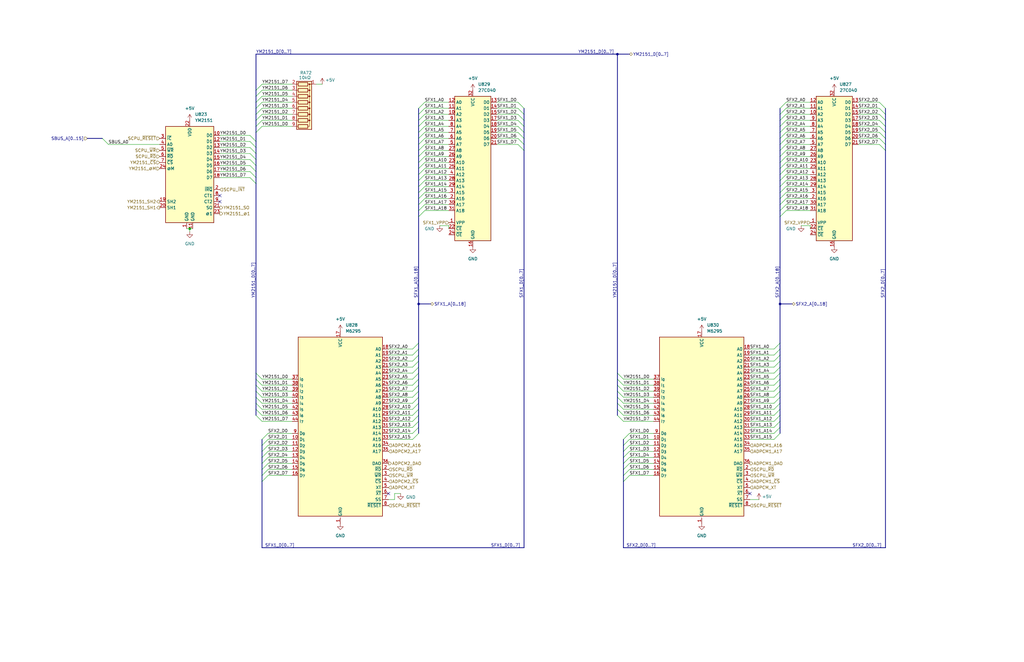
<source format=kicad_sch>
(kicad_sch (version 20231120) (generator "eeschema") (generator_version "8.0")
  (paper "B")
  (title_block (title "RA9704, Audio DAC and Sound Effect ROMs") (date "2024-12-30") (rev "002") (company "Coin-Op Collection") (comment 1 "Author: Brandon Arnold") (comment 2 "License: CC BY-NC-SA 4.0"))
  (lib_symbols
    (symbol "power:+5V" (power) (pin_numbers hide) (pin_names (offset 0) hide)
      (property "Value" "+5V" (at 0 3.556 0))
      (symbol "+5V_0_1"
        (polyline (pts (xy -0.762 1.27) (xy 0 2.54)))
        (polyline (pts (xy 0 0) (xy 0 2.54)))
        (polyline (pts (xy 0 2.54) (xy 0.762 1.27)))
      )
      (symbol "+5V_1_1"
        (pin power_in line (at 0 0 90) (length 0) (name "~") (number "1"))
      )
    )
    (symbol "power:GND" (power) (pin_numbers hide) (pin_names (offset 0) hide)
      (property "Value" "GND" (at 0 -3.81 0))
      (symbol "GND_0_1"
        (polyline (pts (xy 0 0) (xy 0 -1.27) (xy 1.27 -1.27) (xy 0 -2.54) (xy -1.27 -1.27) (xy 0 -1.27)))
      )
      (symbol "GND_1_1"
        (pin power_in line (at 0 0 270) (length 0) (name "~") (number "1"))
      )
    )
    (symbol "ra9704:27C040"
      (property "Reference" "U" (at -7.62 31.75 0))
      (property "Value" "27C040" (at 2.54 -31.75 0))
      (symbol "27C040_1_1"
        (rectangle (start -7.62 30.48) (end 7.62 -30.48) (stroke (width 0.254)) (fill (type background)))
        (pin input line (at -10.16 -22.86 0) (length 2.54) (name "VPP") (number "1"))
        (pin input line (at -10.16 22.86 0) (length 2.54) (name "A2") (number "10"))
        (pin input line (at -10.16 25.4 0) (length 2.54) (name "A1") (number "11"))
        (pin input line (at -10.16 27.94 0) (length 2.54) (name "A0") (number "12"))
        (pin tri_state line (at 10.16 27.94 180) (length 2.54) (name "D0") (number "13"))
        (pin tri_state line (at 10.16 25.4 180) (length 2.54) (name "D1") (number "14"))
        (pin tri_state line (at 10.16 22.86 180) (length 2.54) (name "D2") (number "15"))
        (pin power_in line (at 0 -33.02 90) (length 2.54) (name "GND") (number "16"))
        (pin tri_state line (at 10.16 20.32 180) (length 2.54) (name "D3") (number "17"))
        (pin tri_state line (at 10.16 17.78 180) (length 2.54) (name "D4") (number "18"))
        (pin tri_state line (at 10.16 15.24 180) (length 2.54) (name "D5") (number "19"))
        (pin input line (at -10.16 -12.7 0) (length 2.54) (name "A16") (number "2"))
        (pin tri_state line (at 10.16 12.7 180) (length 2.54) (name "D6") (number "20"))
        (pin tri_state line (at 10.16 10.16 180) (length 2.54) (name "D7") (number "21"))
        (pin input line (at -10.16 -25.4 0) (length 2.54) (name "~{CE}") (number "22"))
        (pin input line (at -10.16 2.54 0) (length 2.54) (name "A10") (number "23"))
        (pin input line (at -10.16 -27.94 0) (length 2.54) (name "~{OE}") (number "24"))
        (pin input line (at -10.16 0 0) (length 2.54) (name "A11") (number "25"))
        (pin input line (at -10.16 5.08 0) (length 2.54) (name "A9") (number "26"))
        (pin input line (at -10.16 7.62 0) (length 2.54) (name "A8") (number "27"))
        (pin input line (at -10.16 -5.08 0) (length 2.54) (name "A13") (number "28"))
        (pin input line (at -10.16 -7.62 0) (length 2.54) (name "A14") (number "29"))
        (pin input line (at -10.16 -10.16 0) (length 2.54) (name "A15") (number "3"))
        (pin input line (at -10.16 -15.24 0) (length 2.54) (name "A17") (number "30"))
        (pin input line (at -10.16 -17.78 0) (length 2.54) (name "A18") (number "31"))
        (pin power_in line (at 0 33.02 270) (length 2.54) (name "VCC") (number "32"))
        (pin input line (at -10.16 -2.54 0) (length 2.54) (name "A12") (number "4"))
        (pin input line (at -10.16 10.16 0) (length 2.54) (name "A7") (number "5"))
        (pin input line (at -10.16 12.7 0) (length 2.54) (name "A6") (number "6"))
        (pin input line (at -10.16 15.24 0) (length 2.54) (name "A5") (number "7"))
        (pin input line (at -10.16 17.78 0) (length 2.54) (name "A4") (number "8"))
        (pin input line (at -10.16 20.32 0) (length 2.54) (name "A3") (number "9"))
      )
    )
    (symbol "ra9704:M6295"
      (property "Reference" "U" (at 11.684 41.148 0))
      (property "Value" "M6295" (at 14.224 39.37 0))
      (symbol "M6295_1_1"
        (rectangle (start -17.78 38.1) (end 17.78 -37.465) (stroke (width 0.254)) (fill (type background)))
        (pin power_in line (at 0 -40.64 90) (length 2.54) (name "GND") (number "1"))
        (pin input line (at -20.32 -5.08 0) (length 2.54) (name "D_{1}") (number "10"))
        (pin input line (at -20.32 -7.62 0) (length 2.54) (name "D_{2}") (number "11"))
        (pin input line (at -20.32 -10.16 0) (length 2.54) (name "D_{3}") (number "12"))
        (pin input line (at -20.32 -12.7 0) (length 2.54) (name "D_{4}") (number "13"))
        (pin input line (at -20.32 -15.24 0) (length 2.54) (name "D_{5}") (number "14"))
        (pin input line (at -20.32 -17.78 0) (length 2.54) (name "D_{6}") (number "15"))
        (pin input line (at -20.32 -20.32 0) (length 2.54) (name "D_{7}") (number "16"))
        (pin power_in line (at 0 40.64 270) (length 2.54) (name "VCC") (number "17"))
        (pin output line (at 20.32 33.02 180) (length 2.54) (name "A0") (number "18"))
        (pin output line (at 20.32 30.48 180) (length 2.54) (name "A1") (number "19"))
        (pin input line (at 20.32 -17.78 180) (length 2.54) (name "~{RD}") (number "2"))
        (pin output line (at 20.32 27.94 180) (length 2.54) (name "A2") (number "20"))
        (pin output line (at 20.32 25.4 180) (length 2.54) (name "A3") (number "21"))
        (pin output line (at 20.32 22.86 180) (length 2.54) (name "A4") (number "22"))
        (pin output line (at 20.32 20.32 180) (length 2.54) (name "A5") (number "23"))
        (pin output line (at 20.32 17.78 180) (length 2.54) (name "A6") (number "24"))
        (pin output line (at 20.32 15.24 180) (length 2.54) (name "A7") (number "25"))
        (pin output line (at 20.32 12.7 180) (length 2.54) (name "A8") (number "26"))
        (pin output line (at 20.32 10.16 180) (length 2.54) (name "A9") (number "27"))
        (pin output line (at 20.32 7.62 180) (length 2.54) (name "A10") (number "28"))
        (pin output line (at 20.32 5.08 180) (length 2.54) (name "A11") (number "29"))
        (pin input line (at 20.32 -20.32 180) (length 2.54) (name "~{WR}") (number "3"))
        (pin output line (at 20.32 2.54 180) (length 2.54) (name "A12") (number "30"))
        (pin output line (at 20.32 0 180) (length 2.54) (name "A13") (number "31"))
        (pin output line (at 20.32 -2.54 180) (length 2.54) (name "A14") (number "32"))
        (pin output line (at 20.32 -5.08 180) (length 2.54) (name "A15") (number "33"))
        (pin output line (at 20.32 -7.62 180) (length 2.54) (name "A16") (number "34"))
        (pin output line (at 20.32 -10.16 180) (length 2.54) (name "A17") (number "35"))
        (pin input line (at 20.32 -15.24 180) (length 2.54) (name "DAO") (number "36"))
        (pin input line (at -20.32 20.32 0) (length 2.54) (name "I_{0}") (number "37"))
        (pin input line (at -20.32 17.78 0) (length 2.54) (name "I_{1}") (number "38"))
        (pin input line (at -20.32 15.24 0) (length 2.54) (name "I_{2}") (number "39"))
        (pin input line (at 20.32 -22.86 180) (length 2.54) (name "~{CS}") (number "4"))
        (pin input line (at -20.32 12.7 0) (length 2.54) (name "I_{3}") (number "40"))
        (pin input line (at -20.32 10.16 0) (length 2.54) (name "I_{4}") (number "41"))
        (pin input line (at -20.32 7.62 0) (length 2.54) (name "I_{5}") (number "42"))
        (pin input line (at -20.32 5.08 0) (length 2.54) (name "I_{6}") (number "43"))
        (pin input line (at -20.32 2.54 0) (length 2.54) (name "I_{7}") (number "44"))
        (pin input line (at 20.32 -25.4 180) (length 2.54) (name "XT") (number "5"))
        (pin input line (at 20.32 -27.94 180) (length 2.54) (name "~{XT}") (number "6"))
        (pin input line (at 20.32 -30.48 180) (length 2.54) (name "SS") (number "7"))
        (pin input line (at 20.32 -33.02 180) (length 2.54) (name "~{RESET}") (number "8"))
        (pin input line (at -20.32 -2.54 0) (length 2.54) (name "D_{0}") (number "9"))
      )
    )
    (symbol "ra9704:R_Network08_1-Row" (pin_names (offset 0) hide)
      (property "Reference" "RB" (at -12.7 0 90))
      (property "Value" "10k" (at 10.16 0 90))
      (symbol "R_Network08_1-Row_0_1"
        (rectangle (start -11.43 -3.175) (end 8.89 3.175) (stroke (width 0.254)) (fill (type background)))
        (rectangle (start -10.922 1.524) (end -9.398 -2.54) (stroke (width 0.254)))
        (circle (center -10.16 2.286) (radius 0.254) (fill (type outline)))
        (rectangle (start -8.382 1.524) (end -6.858 -2.54) (stroke (width 0.254)))
        (circle (center -7.62 2.286) (radius 0.254) (fill (type outline)))
        (rectangle (start -5.842 1.524) (end -4.318 -2.54) (stroke (width 0.254)))
        (circle (center -5.08 2.286) (radius 0.254) (fill (type outline)))
        (rectangle (start -3.302 1.524) (end -1.778 -2.54) (stroke (width 0.254)))
        (circle (center -2.54 2.286) (radius 0.254) (fill (type outline)))
        (rectangle (start -0.762 1.524) (end 0.762 -2.54) (stroke (width 0.254)))
        (polyline (pts (xy -10.16 -2.54) (xy -10.16 -3.81)))
        (polyline (pts (xy -7.62 -2.54) (xy -7.62 -3.81)))
        (polyline (pts (xy -5.08 -2.54) (xy -5.08 -3.81)))
        (polyline (pts (xy -2.54 -2.54) (xy -2.54 -3.81)))
        (polyline (pts (xy 0 -2.54) (xy 0 -3.81)))
        (polyline (pts (xy 2.54 -2.54) (xy 2.54 -3.81)))
        (polyline (pts (xy 5.08 -2.54) (xy 5.08 -3.81)))
        (polyline (pts (xy 7.62 -2.54) (xy 7.62 -3.81)))
        (polyline (pts (xy -10.16 1.524) (xy -10.16 2.286) (xy -7.62 2.286) (xy -7.62 1.524)))
        (polyline (pts (xy -7.62 1.524) (xy -7.62 2.286) (xy -5.08 2.286) (xy -5.08 1.524)))
        (polyline (pts (xy -5.08 1.524) (xy -5.08 2.286) (xy -2.54 2.286) (xy -2.54 1.524)))
        (polyline (pts (xy -2.54 1.524) (xy -2.54 2.286) (xy 0 2.286) (xy 0 1.524)))
        (polyline (pts (xy 0 1.524) (xy 0 2.286) (xy 2.54 2.286) (xy 2.54 1.524)))
        (polyline (pts (xy 2.54 1.524) (xy 2.54 2.286) (xy 5.08 2.286) (xy 5.08 1.524)))
        (polyline (pts (xy 5.08 1.524) (xy 5.08 2.286) (xy 7.62 2.286) (xy 7.62 1.524)))
        (circle (center 0 2.286) (radius 0.254) (fill (type outline)))
        (rectangle (start 1.778 1.524) (end 3.302 -2.54) (stroke (width 0.254)))
        (circle (center 2.54 2.286) (radius 0.254) (fill (type outline)))
        (rectangle (start 4.318 1.524) (end 5.842 -2.54) (stroke (width 0.254)))
        (circle (center 5.08 2.286) (radius 0.254) (fill (type outline)))
        (rectangle (start 6.858 1.524) (end 8.382 -2.54) (stroke (width 0.254)))
      )
      (symbol "R_Network08_1-Row_1_1"
        (pin passive line (at -10.16 5.08 270) (length 2.54) (name "common") (number "1"))
        (pin passive line (at -10.16 -5.08 90) (length 1.27) (name "R1") (number "2"))
        (pin passive line (at -7.62 -5.08 90) (length 1.27) (name "R2") (number "3"))
        (pin passive line (at -5.08 -5.08 90) (length 1.27) (name "R3") (number "4"))
        (pin passive line (at -2.54 -5.08 90) (length 1.27) (name "R4") (number "5"))
        (pin passive line (at 0 -5.08 90) (length 1.27) (name "R5") (number "6"))
        (pin passive line (at 2.54 -5.08 90) (length 1.27) (name "R6") (number "7"))
        (pin passive line (at 5.08 -5.08 90) (length 1.27) (name "R7") (number "8"))
        (pin passive line (at 7.62 -5.08 90) (length 1.27) (name "R8") (number "9"))
      )
    )
    (symbol "ra9704:YM2151"
      (property "Reference" "U" (at 4.064 23.876 0))
      (property "Value" "YM2151" (at 7.112 21.59 0))
      (symbol "YM2151_0_0"
        (pin power_in line (at -1.27 -22.86 90) (length 2.54) (name "GND") (number "1"))
        (pin power_in line (at 1.27 -22.86 90) (length 2.54) (name "GND") (number "11"))
      )
      (symbol "YM2151_0_1"
        (rectangle (start -10.16 20.32) (end 10.16 -20.32) (stroke (width 0.254)) (fill (type background)))
      )
      (symbol "YM2151_1_0"
        (pin power_in line (at 0 22.86 270) (length 2.54) (name "VDD") (number "22"))
      )
      (symbol "YM2151_1_1"
        (pin tri_state line (at 12.7 16.51 180) (length 2.54) (name "D0") (number "10"))
        (pin tri_state line (at 12.7 13.97 180) (length 2.54) (name "D1") (number "12"))
        (pin tri_state line (at 12.7 11.43 180) (length 2.54) (name "D2") (number "13"))
        (pin tri_state line (at 12.7 8.89 180) (length 2.54) (name "D3") (number "14"))
        (pin tri_state line (at 12.7 6.35 180) (length 2.54) (name "D4") (number "15"))
        (pin tri_state line (at 12.7 3.81 180) (length 2.54) (name "D5") (number "16"))
        (pin tri_state line (at 12.7 1.27 180) (length 2.54) (name "D6") (number "17"))
        (pin tri_state line (at 12.7 -1.27 180) (length 2.54) (name "D7") (number "18"))
        (pin tri_state line (at -12.7 -11.43 0) (length 2.54) (name "SH2") (number "19"))
        (pin output line (at 12.7 -6.35 180) (length 2.54) (name "~{IRQ}") (number "2"))
        (pin tri_state line (at -12.7 -13.97 0) (length 2.54) (name "SH1") (number "20"))
        (pin output line (at 12.7 -13.97 180) (length 2.54) (name "SO") (number "21"))
        (pin output line (at 12.7 -16.51 180) (length 2.54) (name "⌀1") (number "23"))
        (pin input line (at -12.7 2.54 0) (length 2.54) (name "⌀M") (number "24"))
        (pin input line (at -12.7 15.24 0) (length 2.54) (name "~{IC}") (number "3"))
        (pin input line (at -12.7 12.7 0) (length 2.54) (name "A0") (number "4"))
        (pin input line (at -12.7 10.16 0) (length 2.54) (name "~{WR}") (number "5"))
        (pin input line (at -12.7 7.62 0) (length 2.54) (name "~{RD}") (number "6"))
        (pin input line (at -12.7 5.08 0) (length 2.54) (name "~{CS}") (number "7"))
        (pin output line (at 12.7 -8.89 180) (length 2.54) (name "CT1") (number "8"))
        (pin output line (at 12.7 -11.43 180) (length 2.54) (name "CT2") (number "9"))
      )
    )
  )
  (junction (at 260.35 22.86))
  (junction (at 328.93 128.27))
  (junction (at 80.01 96.52))
  (junction (at 176.53 128.27))
  (no_connect (at 316.23 208.28))
  (no_connect (at 163.83 208.28))
  (no_connect (at 92.71 82.55))
  (no_connect (at 92.71 85.09))
  (bus_entry (at 105.41 57.15) (size 2.54 2.54))
  (bus_entry (at 176.53 162.56) (size -2.54 2.54))
  (bus_entry (at 176.53 165.1) (size -2.54 2.54))
  (bus_entry (at 328.93 147.32) (size -2.54 2.54))
  (bus_entry (at 220.98 55.88) (size -2.54 -2.54))
  (bus_entry (at 328.93 157.48) (size -2.54 2.54))
  (bus_entry (at 179.07 58.42) (size -2.54 2.54))
  (bus_entry (at 179.07 88.9) (size -2.54 2.54))
  (bus_entry (at 179.07 83.82) (size -2.54 2.54))
  (bus_entry (at 331.47 50.8) (size -2.54 2.54))
  (bus_entry (at 113.03 187.96) (size -2.54 2.54))
  (bus_entry (at 176.53 182.88) (size -2.54 2.54))
  (bus_entry (at 43.18 58.42) (size 2.54 2.54))
  (bus_entry (at 110.49 165.1) (size -2.54 -2.54))
  (bus_entry (at 262.89 165.1) (size -2.54 -2.54))
  (bus_entry (at 331.47 88.9) (size -2.54 2.54))
  (bus_entry (at 331.47 60.96) (size -2.54 2.54))
  (bus_entry (at 110.49 177.8) (size -2.54 -2.54))
  (bus_entry (at 179.07 68.58) (size -2.54 2.54))
  (bus_entry (at 328.93 144.78) (size -2.54 2.54))
  (bus_entry (at 105.41 64.77) (size 2.54 2.54))
  (bus_entry (at 176.53 167.64) (size -2.54 2.54))
  (bus_entry (at 176.53 172.72) (size -2.54 2.54))
  (bus_entry (at 105.41 69.85) (size 2.54 2.54))
  (bus_entry (at 179.07 66.04) (size -2.54 2.54))
  (bus_entry (at 262.89 177.8) (size -2.54 -2.54))
  (bus_entry (at 328.93 152.4) (size -2.54 2.54))
  (bus_entry (at 331.47 63.5) (size -2.54 2.54))
  (bus_entry (at 220.98 60.96) (size -2.54 -2.54))
  (bus_entry (at 179.07 71.12) (size -2.54 2.54))
  (bus_entry (at 328.93 172.72) (size -2.54 2.54))
  (bus_entry (at 331.47 66.04) (size -2.54 2.54))
  (bus_entry (at 176.53 160.02) (size -2.54 2.54))
  (bus_entry (at 176.53 152.4) (size -2.54 2.54))
  (bus_entry (at 179.07 60.96) (size -2.54 2.54))
  (bus_entry (at 370.84 48.26) (size 2.54 2.54))
  (bus_entry (at 179.07 43.18) (size -2.54 2.54))
  (bus_entry (at 331.47 45.72) (size -2.54 2.54))
  (bus_entry (at 105.41 74.93) (size 2.54 2.54))
  (bus_entry (at 176.53 177.8) (size -2.54 2.54))
  (bus_entry (at 370.84 55.88) (size 2.54 2.54))
  (bus_entry (at 220.98 50.8) (size -2.54 -2.54))
  (bus_entry (at 179.07 81.28) (size -2.54 2.54))
  (bus_entry (at 331.47 43.18) (size -2.54 2.54))
  (bus_entry (at 113.03 200.66) (size -2.54 2.54))
  (bus_entry (at 331.47 86.36) (size -2.54 2.54))
  (bus_entry (at 328.93 180.34) (size -2.54 2.54))
  (bus_entry (at 179.07 48.26) (size -2.54 2.54))
  (bus_entry (at 328.93 160.02) (size -2.54 2.54))
  (bus_entry (at 176.53 180.34) (size -2.54 2.54))
  (bus_entry (at 265.43 187.96) (size -2.54 2.54))
  (bus_entry (at 328.93 149.86) (size -2.54 2.54))
  (bus_entry (at 176.53 157.48) (size -2.54 2.54))
  (bus_entry (at 220.98 58.42) (size -2.54 -2.54))
  (bus_entry (at 179.07 73.66) (size -2.54 2.54))
  (bus_entry (at 370.84 45.72) (size 2.54 2.54))
  (bus_entry (at 110.49 172.72) (size -2.54 -2.54))
  (bus_entry (at 110.49 50.8) (size -2.54 2.54))
  (bus_entry (at 176.53 154.94) (size -2.54 2.54))
  (bus_entry (at 262.89 167.64) (size -2.54 -2.54))
  (bus_entry (at 105.41 72.39) (size 2.54 2.54))
  (bus_entry (at 179.07 45.72) (size -2.54 2.54))
  (bus_entry (at 328.93 154.94) (size -2.54 2.54))
  (bus_entry (at 110.49 170.18) (size -2.54 -2.54))
  (bus_entry (at 265.43 195.58) (size -2.54 2.54))
  (bus_entry (at 328.93 165.1) (size -2.54 2.54))
  (bus_entry (at 328.93 182.88) (size -2.54 2.54))
  (bus_entry (at 179.07 78.74) (size -2.54 2.54))
  (bus_entry (at 328.93 167.64) (size -2.54 2.54))
  (bus_entry (at 110.49 162.56) (size -2.54 -2.54))
  (bus_entry (at 331.47 53.34) (size -2.54 2.54))
  (bus_entry (at 113.03 182.88) (size -2.54 2.54))
  (bus_entry (at 331.47 76.2) (size -2.54 2.54))
  (bus_entry (at 220.98 63.5) (size -2.54 -2.54))
  (bus_entry (at 331.47 83.82) (size -2.54 2.54))
  (bus_entry (at 110.49 40.64) (size -2.54 2.54))
  (bus_entry (at 260.35 157.48) (size 2.54 2.54))
  (bus_entry (at 331.47 81.28) (size -2.54 2.54))
  (bus_entry (at 331.47 55.88) (size -2.54 2.54))
  (bus_entry (at 110.49 43.18) (size -2.54 2.54))
  (bus_entry (at 262.89 175.26) (size -2.54 -2.54))
  (bus_entry (at 179.07 53.34) (size -2.54 2.54))
  (bus_entry (at 179.07 76.2) (size -2.54 2.54))
  (bus_entry (at 179.07 55.88) (size -2.54 2.54))
  (bus_entry (at 331.47 78.74) (size -2.54 2.54))
  (bus_entry (at 328.93 170.18) (size -2.54 2.54))
  (bus_entry (at 179.07 63.5) (size -2.54 2.54))
  (bus_entry (at 179.07 50.8) (size -2.54 2.54))
  (bus_entry (at 176.53 170.18) (size -2.54 2.54))
  (bus_entry (at 328.93 162.56) (size -2.54 2.54))
  (bus_entry (at 113.03 198.12) (size -2.54 2.54))
  (bus_entry (at 113.03 195.58) (size -2.54 2.54))
  (bus_entry (at 331.47 71.12) (size -2.54 2.54))
  (bus_entry (at 331.47 68.58) (size -2.54 2.54))
  (bus_entry (at 107.95 157.48) (size 2.54 2.54))
  (bus_entry (at 331.47 58.42) (size -2.54 2.54))
  (bus_entry (at 176.53 149.86) (size -2.54 2.54))
  (bus_entry (at 110.49 167.64) (size -2.54 -2.54))
  (bus_entry (at 262.89 162.56) (size -2.54 -2.54))
  (bus_entry (at 262.89 170.18) (size -2.54 -2.54))
  (bus_entry (at 113.03 193.04) (size -2.54 2.54))
  (bus_entry (at 331.47 73.66) (size -2.54 2.54))
  (bus_entry (at 220.98 53.34) (size -2.54 -2.54))
  (bus_entry (at 265.43 182.88) (size -2.54 2.54))
  (bus_entry (at 110.49 48.26) (size -2.54 2.54))
  (bus_entry (at 331.47 48.26) (size -2.54 2.54))
  (bus_entry (at 110.49 38.1) (size -2.54 2.54))
  (bus_entry (at 370.84 58.42) (size 2.54 2.54))
  (bus_entry (at 265.43 185.42) (size -2.54 2.54))
  (bus_entry (at 179.07 86.36) (size -2.54 2.54))
  (bus_entry (at 328.93 175.26) (size -2.54 2.54))
  (bus_entry (at 176.53 144.78) (size -2.54 2.54))
  (bus_entry (at 370.84 53.34) (size 2.54 2.54))
  (bus_entry (at 105.41 59.69) (size 2.54 2.54))
  (bus_entry (at 220.98 45.72) (size -2.54 -2.54))
  (bus_entry (at 110.49 53.34) (size -2.54 2.54))
  (bus_entry (at 370.84 60.96) (size 2.54 2.54))
  (bus_entry (at 113.03 185.42) (size -2.54 2.54))
  (bus_entry (at 370.84 50.8) (size 2.54 2.54))
  (bus_entry (at 176.53 175.26) (size -2.54 2.54))
  (bus_entry (at 176.53 147.32) (size -2.54 2.54))
  (bus_entry (at 265.43 200.66) (size -2.54 2.54))
  (bus_entry (at 110.49 175.26) (size -2.54 -2.54))
  (bus_entry (at 265.43 193.04) (size -2.54 2.54))
  (bus_entry (at 265.43 198.12) (size -2.54 2.54))
  (bus_entry (at 370.84 43.18) (size 2.54 2.54))
  (bus_entry (at 328.93 177.8) (size -2.54 2.54))
  (bus_entry (at 105.41 67.31) (size 2.54 2.54))
  (bus_entry (at 113.03 190.5) (size -2.54 2.54))
  (bus_entry (at 110.49 45.72) (size -2.54 2.54))
  (bus_entry (at 110.49 35.56) (size -2.54 2.54))
  (bus_entry (at 262.89 172.72) (size -2.54 -2.54))
  (bus_entry (at 220.98 48.26) (size -2.54 -2.54))
  (bus_entry (at 105.41 62.23) (size 2.54 2.54))
  (bus_entry (at 265.43 190.5) (size -2.54 2.54))
  (wire (pts (xy 113.03 187.96) (xy 123.19 187.96)))
  (wire (pts (xy 331.47 71.12) (xy 341.63 71.12)))
  (bus (pts (xy 328.93 154.94) (xy 328.93 157.48)))
  (bus (pts (xy 328.93 180.34) (xy 328.93 182.88)))
  (wire (pts (xy 163.83 172.72) (xy 173.99 172.72)))
  (wire (pts (xy 331.47 43.18) (xy 341.63 43.18)))
  (bus (pts (xy 176.53 180.34) (xy 176.53 182.88)))
  (wire (pts (xy 265.43 198.12) (xy 275.59 198.12)))
  (bus (pts (xy 176.53 68.58) (xy 176.53 71.12)))
  (wire (pts (xy 331.47 88.9) (xy 341.63 88.9)))
  (wire (pts (xy 179.07 45.72) (xy 189.23 45.72)))
  (bus (pts (xy 220.98 48.26) (xy 220.98 45.72)))
  (wire (pts (xy 316.23 154.94) (xy 326.39 154.94)))
  (bus (pts (xy 328.93 78.74) (xy 328.93 81.28)))
  (wire (pts (xy 113.03 190.5) (xy 123.19 190.5)))
  (wire (pts (xy 110.49 45.72) (xy 123.19 45.72)))
  (wire (pts (xy 179.07 83.82) (xy 189.23 83.82)))
  (bus (pts (xy 328.93 71.12) (xy 328.93 73.66)))
  (bus (pts (xy 176.53 177.8) (xy 176.53 180.34)))
  (wire (pts (xy 110.49 170.18) (xy 123.19 170.18)))
  (wire (pts (xy 110.49 162.56) (xy 123.19 162.56)))
  (bus (pts (xy 110.49 203.2) (xy 110.49 231.14)))
  (bus (pts (xy 110.49 198.12) (xy 110.49 200.66)))
  (wire (pts (xy 262.89 170.18) (xy 275.59 170.18)))
  (bus (pts (xy 260.35 165.1) (xy 260.35 167.64)))
  (wire (pts (xy 179.07 68.58) (xy 189.23 68.58)))
  (bus (pts (xy 107.95 162.56) (xy 107.95 165.1)))
  (wire (pts (xy 262.89 177.8) (xy 275.59 177.8)))
  (bus (pts (xy 107.95 64.77) (xy 107.95 67.31)))
  (wire (pts (xy 163.83 167.64) (xy 173.99 167.64)))
  (wire (pts (xy 110.49 160.02) (xy 123.19 160.02)))
  (bus (pts (xy 176.53 165.1) (xy 176.53 167.64)))
  (wire (pts (xy 163.83 152.4) (xy 173.99 152.4)))
  (bus (pts (xy 176.53 76.2) (xy 176.53 78.74)))
  (bus (pts (xy 176.53 45.72) (xy 176.53 48.26)))
  (wire (pts (xy 92.71 64.77) (xy 105.41 64.77)))
  (bus (pts (xy 328.93 68.58) (xy 328.93 71.12)))
  (bus (pts (xy 328.93 152.4) (xy 328.93 154.94)))
  (bus (pts (xy 107.95 170.18) (xy 107.95 172.72)))
  (bus (pts (xy 107.95 160.02) (xy 107.95 162.56)))
  (wire (pts (xy 316.23 149.86) (xy 326.39 149.86)))
  (wire (pts (xy 110.49 172.72) (xy 123.19 172.72)))
  (wire (pts (xy 92.71 74.93) (xy 105.41 74.93)))
  (bus (pts (xy 110.49 193.04) (xy 110.49 195.58)))
  (bus (pts (xy 107.95 22.86) (xy 260.35 22.86)))
  (bus (pts (xy 110.49 187.96) (xy 110.49 190.5)))
  (bus (pts (xy 176.53 63.5) (xy 176.53 66.04)))
  (bus (pts (xy 373.38 48.26) (xy 373.38 45.72)))
  (wire (pts (xy 110.49 175.26) (xy 123.19 175.26)))
  (wire (pts (xy 163.83 210.82) (xy 166.37 210.82)))
  (wire (pts (xy 331.47 48.26) (xy 341.63 48.26)))
  (wire (pts (xy 331.47 83.82) (xy 341.63 83.82)))
  (wire (pts (xy 113.03 182.88) (xy 123.19 182.88)))
  (wire (pts (xy 209.55 48.26) (xy 218.44 48.26)))
  (wire (pts (xy 331.47 66.04) (xy 341.63 66.04)))
  (bus (pts (xy 176.53 149.86) (xy 176.53 152.4)))
  (wire (pts (xy 110.49 38.1) (xy 123.19 38.1)))
  (wire (pts (xy 110.49 177.8) (xy 123.19 177.8)))
  (wire (pts (xy 331.47 45.72) (xy 341.63 45.72)))
  (wire (pts (xy 163.83 177.8) (xy 173.99 177.8)))
  (bus (pts (xy 176.53 172.72) (xy 176.53 175.26)))
  (bus (pts (xy 220.98 63.5) (xy 220.98 60.96)))
  (wire (pts (xy 265.43 185.42) (xy 275.59 185.42)))
  (bus (pts (xy 220.98 58.42) (xy 220.98 55.88)))
  (bus (pts (xy 220.98 53.34) (xy 220.98 50.8)))
  (wire (pts (xy 316.23 175.26) (xy 326.39 175.26)))
  (wire (pts (xy 316.23 180.34) (xy 326.39 180.34)))
  (bus (pts (xy 176.53 86.36) (xy 176.53 88.9)))
  (wire (pts (xy 189.23 95.25) (xy 189.23 96.52)))
  (bus (pts (xy 328.93 167.64) (xy 328.93 170.18)))
  (wire (pts (xy 316.23 170.18) (xy 326.39 170.18)))
  (wire (pts (xy 92.71 72.39) (xy 105.41 72.39)))
  (bus (pts (xy 107.95 45.72) (xy 107.95 48.26)))
  (wire (pts (xy 209.55 55.88) (xy 218.44 55.88)))
  (wire (pts (xy 316.23 185.42) (xy 326.39 185.42)))
  (wire (pts (xy 110.49 167.64) (xy 123.19 167.64)))
  (wire (pts (xy 331.47 76.2) (xy 341.63 76.2)))
  (wire (pts (xy 316.23 182.88) (xy 326.39 182.88)))
  (wire (pts (xy 163.83 175.26) (xy 173.99 175.26)))
  (bus (pts (xy 107.95 69.85) (xy 107.95 72.39)))
  (bus (pts (xy 262.89 195.58) (xy 262.89 198.12)))
  (bus (pts (xy 262.89 187.96) (xy 262.89 190.5)))
  (wire (pts (xy 179.07 86.36) (xy 189.23 86.36)))
  (bus (pts (xy 176.53 81.28) (xy 176.53 83.82)))
  (bus (pts (xy 107.95 53.34) (xy 107.95 55.88)))
  (bus (pts (xy 176.53 167.64) (xy 176.53 170.18)))
  (bus (pts (xy 373.38 55.88) (xy 373.38 53.34)))
  (wire (pts (xy 179.07 71.12) (xy 189.23 71.12)))
  (wire (pts (xy 163.83 165.1) (xy 173.99 165.1)))
  (wire (pts (xy 163.83 180.34) (xy 173.99 180.34)))
  (wire (pts (xy 179.07 76.2) (xy 189.23 76.2)))
  (wire (pts (xy 179.07 73.66) (xy 189.23 73.66)))
  (wire (pts (xy 179.07 58.42) (xy 189.23 58.42)))
  (wire (pts (xy 179.07 55.88) (xy 189.23 55.88)))
  (bus (pts (xy 176.53 66.04) (xy 176.53 68.58)))
  (bus (pts (xy 260.35 22.86) (xy 260.35 157.48)))
  (wire (pts (xy 209.55 43.18) (xy 218.44 43.18)))
  (wire (pts (xy 331.47 86.36) (xy 341.63 86.36)))
  (bus (pts (xy 107.95 59.69) (xy 107.95 62.23)))
  (wire (pts (xy 262.89 160.02) (xy 275.59 160.02)))
  (wire (pts (xy 331.47 50.8) (xy 341.63 50.8)))
  (bus (pts (xy 328.93 175.26) (xy 328.93 177.8)))
  (bus (pts (xy 176.53 60.96) (xy 176.53 63.5)))
  (wire (pts (xy 265.43 200.66) (xy 275.59 200.66)))
  (wire (pts (xy 341.63 95.25) (xy 341.63 96.52)))
  (bus (pts (xy 328.93 170.18) (xy 328.93 172.72)))
  (wire (pts (xy 316.23 165.1) (xy 326.39 165.1)))
  (wire (pts (xy 92.71 62.23) (xy 105.41 62.23)))
  (bus (pts (xy 373.38 50.8) (xy 373.38 48.26)))
  (bus (pts (xy 262.89 185.42) (xy 262.89 187.96)))
  (bus (pts (xy 328.93 86.36) (xy 328.93 88.9)))
  (bus (pts (xy 110.49 190.5) (xy 110.49 193.04)))
  (wire (pts (xy 316.23 162.56) (xy 326.39 162.56)))
  (bus (pts (xy 373.38 63.5) (xy 373.38 60.96)))
  (bus (pts (xy 176.53 128.27) (xy 176.53 144.78)))
  (wire (pts (xy 265.43 193.04) (xy 275.59 193.04)))
  (wire (pts (xy 80.01 96.52) (xy 78.74 96.52)))
  (bus (pts (xy 328.93 144.78) (xy 328.93 147.32)))
  (wire (pts (xy 265.43 190.5) (xy 275.59 190.5)))
  (wire (pts (xy 81.28 96.52) (xy 80.01 96.52)))
  (bus (pts (xy 373.38 60.96) (xy 373.38 58.42)))
  (bus (pts (xy 328.93 63.5) (xy 328.93 66.04)))
  (wire (pts (xy 316.23 172.72) (xy 326.39 172.72)))
  (wire (pts (xy 331.47 63.5) (xy 341.63 63.5)))
  (wire (pts (xy 110.49 165.1) (xy 123.19 165.1)))
  (bus (pts (xy 176.53 152.4) (xy 176.53 154.94)))
  (bus (pts (xy 176.53 147.32) (xy 176.53 149.86)))
  (bus (pts (xy 373.38 63.5) (xy 373.38 231.14)))
  (wire (pts (xy 113.03 198.12) (xy 123.19 198.12)))
  (wire (pts (xy 316.23 152.4) (xy 326.39 152.4)))
  (bus (pts (xy 176.53 175.26) (xy 176.53 177.8)))
  (bus (pts (xy 328.93 60.96) (xy 328.93 63.5)))
  (wire (pts (xy 265.43 187.96) (xy 275.59 187.96)))
  (wire (pts (xy 337.82 95.25) (xy 341.63 95.25)))
  (bus (pts (xy 176.53 154.94) (xy 176.53 157.48)))
  (wire (pts (xy 163.83 147.32) (xy 173.99 147.32)))
  (bus (pts (xy 328.93 50.8) (xy 328.93 53.34)))
  (bus (pts (xy 328.93 55.88) (xy 328.93 58.42)))
  (bus (pts (xy 107.95 43.18) (xy 107.95 45.72)))
  (bus (pts (xy 328.93 45.72) (xy 328.93 48.26)))
  (wire (pts (xy 331.47 58.42) (xy 341.63 58.42)))
  (wire (pts (xy 113.03 195.58) (xy 123.19 195.58)))
  (bus (pts (xy 176.53 71.12) (xy 176.53 73.66)))
  (wire (pts (xy 361.95 43.18) (xy 370.84 43.18)))
  (wire (pts (xy 209.55 50.8) (xy 218.44 50.8)))
  (wire (pts (xy 179.07 50.8) (xy 189.23 50.8)))
  (bus (pts (xy 262.89 190.5) (xy 262.89 193.04)))
  (wire (pts (xy 113.03 200.66) (xy 123.19 200.66)))
  (wire (pts (xy 179.07 60.96) (xy 189.23 60.96)))
  (bus (pts (xy 262.89 203.2) (xy 262.89 231.14)))
  (bus (pts (xy 328.93 88.9) (xy 328.93 91.44)))
  (bus (pts (xy 260.35 172.72) (xy 260.35 175.26)))
  (wire (pts (xy 92.71 59.69) (xy 105.41 59.69)))
  (wire (pts (xy 331.47 68.58) (xy 341.63 68.58)))
  (bus (pts (xy 176.53 83.82) (xy 176.53 86.36)))
  (bus (pts (xy 328.93 149.86) (xy 328.93 152.4)))
  (wire (pts (xy 262.89 165.1) (xy 275.59 165.1)))
  (bus (pts (xy 36.83 58.42) (xy 43.18 58.42)))
  (wire (pts (xy 179.07 78.74) (xy 189.23 78.74)))
  (bus (pts (xy 110.49 195.58) (xy 110.49 198.12)))
  (wire (pts (xy 179.07 43.18) (xy 189.23 43.18)))
  (wire (pts (xy 179.07 88.9) (xy 189.23 88.9)))
  (bus (pts (xy 328.93 73.66) (xy 328.93 76.2)))
  (bus (pts (xy 260.35 22.86) (xy 265.43 22.86)))
  (wire (pts (xy 331.47 78.74) (xy 341.63 78.74)))
  (wire (pts (xy 166.37 208.28) (xy 168.91 208.28)))
  (wire (pts (xy 361.95 58.42) (xy 370.84 58.42)))
  (bus (pts (xy 262.89 200.66) (xy 262.89 203.2)))
  (wire (pts (xy 166.37 210.82) (xy 166.37 208.28)))
  (wire (pts (xy 262.89 172.72) (xy 275.59 172.72)))
  (bus (pts (xy 176.53 91.44) (xy 176.53 128.27)))
  (wire (pts (xy 209.55 58.42) (xy 218.44 58.42)))
  (bus (pts (xy 181.61 128.27) (xy 176.53 128.27)))
  (bus (pts (xy 107.95 38.1) (xy 107.95 40.64)))
  (wire (pts (xy 361.95 60.96) (xy 370.84 60.96)))
  (bus (pts (xy 328.93 128.27) (xy 334.01 128.27)))
  (bus (pts (xy 328.93 128.27) (xy 328.93 144.78)))
  (bus (pts (xy 107.95 67.31) (xy 107.95 69.85)))
  (wire (pts (xy 331.47 73.66) (xy 341.63 73.66)))
  (bus (pts (xy 176.53 53.34) (xy 176.53 55.88)))
  (bus (pts (xy 328.93 66.04) (xy 328.93 68.58)))
  (wire (pts (xy 209.55 53.34) (xy 218.44 53.34)))
  (bus (pts (xy 328.93 76.2) (xy 328.93 78.74)))
  (wire (pts (xy 163.83 185.42) (xy 173.99 185.42)))
  (wire (pts (xy 135.89 35.56) (xy 133.35 35.56)))
  (wire (pts (xy 110.49 48.26) (xy 123.19 48.26)))
  (wire (pts (xy 110.49 35.56) (xy 123.19 35.56)))
  (bus (pts (xy 328.93 81.28) (xy 328.93 83.82)))
  (wire (pts (xy 179.07 66.04) (xy 189.23 66.04)))
  (wire (pts (xy 113.03 193.04) (xy 123.19 193.04)))
  (bus (pts (xy 107.95 77.47) (xy 107.95 157.48)))
  (wire (pts (xy 45.72 60.96) (xy 67.31 60.96)))
  (bus (pts (xy 176.53 162.56) (xy 176.53 165.1)))
  (wire (pts (xy 361.95 45.72) (xy 370.84 45.72)))
  (wire (pts (xy 163.83 160.02) (xy 173.99 160.02)))
  (bus (pts (xy 328.93 58.42) (xy 328.93 60.96)))
  (bus (pts (xy 328.93 83.82) (xy 328.93 86.36)))
  (wire (pts (xy 110.49 43.18) (xy 123.19 43.18)))
  (wire (pts (xy 316.23 177.8) (xy 326.39 177.8)))
  (bus (pts (xy 328.93 165.1) (xy 328.93 167.64)))
  (bus (pts (xy 220.98 55.88) (xy 220.98 53.34)))
  (bus (pts (xy 328.93 147.32) (xy 328.93 149.86)))
  (bus (pts (xy 373.38 58.42) (xy 373.38 55.88)))
  (bus (pts (xy 220.98 60.96) (xy 220.98 58.42)))
  (bus (pts (xy 176.53 48.26) (xy 176.53 50.8)))
  (wire (pts (xy 110.49 40.64) (xy 123.19 40.64)))
  (wire (pts (xy 110.49 50.8) (xy 123.19 50.8)))
  (wire (pts (xy 209.55 45.72) (xy 218.44 45.72)))
  (bus (pts (xy 262.89 231.14) (xy 373.38 231.14)))
  (wire (pts (xy 92.71 57.15) (xy 105.41 57.15)))
  (wire (pts (xy 179.07 48.26) (xy 189.23 48.26)))
  (bus (pts (xy 107.95 167.64) (xy 107.95 170.18)))
  (bus (pts (xy 328.93 177.8) (xy 328.93 180.34)))
  (wire (pts (xy 163.83 182.88) (xy 173.99 182.88)))
  (wire (pts (xy 331.47 55.88) (xy 341.63 55.88)))
  (bus (pts (xy 107.95 74.93) (xy 107.95 77.47)))
  (wire (pts (xy 163.83 170.18) (xy 173.99 170.18)))
  (wire (pts (xy 92.71 69.85) (xy 105.41 69.85)))
  (bus (pts (xy 176.53 58.42) (xy 176.53 60.96)))
  (bus (pts (xy 260.35 160.02) (xy 260.35 162.56)))
  (wire (pts (xy 361.95 50.8) (xy 370.84 50.8)))
  (bus (pts (xy 107.95 50.8) (xy 107.95 53.34)))
  (bus (pts (xy 107.95 48.26) (xy 107.95 50.8)))
  (wire (pts (xy 316.23 160.02) (xy 326.39 160.02)))
  (bus (pts (xy 176.53 157.48) (xy 176.53 160.02)))
  (wire (pts (xy 209.55 60.96) (xy 218.44 60.96)))
  (bus (pts (xy 262.89 193.04) (xy 262.89 195.58)))
  (bus (pts (xy 176.53 170.18) (xy 176.53 172.72)))
  (bus (pts (xy 107.95 157.48) (xy 107.95 160.02)))
  (bus (pts (xy 328.93 162.56) (xy 328.93 165.1)))
  (wire (pts (xy 361.95 48.26) (xy 370.84 48.26)))
  (bus (pts (xy 373.38 53.34) (xy 373.38 50.8)))
  (bus (pts (xy 107.95 55.88) (xy 107.95 59.69)))
  (wire (pts (xy 262.89 162.56) (xy 275.59 162.56)))
  (wire (pts (xy 262.89 175.26) (xy 275.59 175.26)))
  (bus (pts (xy 107.95 62.23) (xy 107.95 64.77)))
  (wire (pts (xy 92.71 67.31) (xy 105.41 67.31)))
  (bus (pts (xy 107.95 40.64) (xy 107.95 43.18)))
  (bus (pts (xy 328.93 157.48) (xy 328.93 160.02)))
  (wire (pts (xy 179.07 63.5) (xy 189.23 63.5)))
  (bus (pts (xy 107.95 72.39) (xy 107.95 74.93)))
  (wire (pts (xy 316.23 157.48) (xy 326.39 157.48)))
  (bus (pts (xy 220.98 50.8) (xy 220.98 48.26)))
  (wire (pts (xy 316.23 147.32) (xy 326.39 147.32)))
  (wire (pts (xy 361.95 53.34) (xy 370.84 53.34)))
  (bus (pts (xy 107.95 22.86) (xy 107.95 38.1)))
  (bus (pts (xy 107.95 172.72) (xy 107.95 175.26)))
  (wire (pts (xy 163.83 149.86) (xy 173.99 149.86)))
  (bus (pts (xy 176.53 144.78) (xy 176.53 147.32)))
  (bus (pts (xy 107.95 165.1) (xy 107.95 167.64)))
  (bus (pts (xy 176.53 55.88) (xy 176.53 58.42)))
  (wire (pts (xy 361.95 55.88) (xy 370.84 55.88)))
  (wire (pts (xy 265.43 182.88) (xy 275.59 182.88)))
  (bus (pts (xy 110.49 231.14) (xy 220.98 231.14)))
  (wire (pts (xy 262.89 167.64) (xy 275.59 167.64)))
  (bus (pts (xy 260.35 170.18) (xy 260.35 172.72)))
  (bus (pts (xy 260.35 167.64) (xy 260.35 170.18)))
  (wire (pts (xy 163.83 162.56) (xy 173.99 162.56)))
  (bus (pts (xy 220.98 63.5) (xy 220.98 231.14)))
  (bus (pts (xy 328.93 53.34) (xy 328.93 55.88)))
  (bus (pts (xy 176.53 78.74) (xy 176.53 81.28)))
  (wire (pts (xy 179.07 81.28) (xy 189.23 81.28)))
  (wire (pts (xy 113.03 185.42) (xy 123.19 185.42)))
  (wire (pts (xy 163.83 154.94) (xy 173.99 154.94)))
  (wire (pts (xy 265.43 195.58) (xy 275.59 195.58)))
  (bus (pts (xy 110.49 200.66) (xy 110.49 203.2)))
  (bus (pts (xy 176.53 88.9) (xy 176.53 91.44)))
  (wire (pts (xy 331.47 60.96) (xy 341.63 60.96)))
  (bus (pts (xy 260.35 162.56) (xy 260.35 165.1)))
  (bus (pts (xy 328.93 172.72) (xy 328.93 175.26)))
  (wire (pts (xy 331.47 53.34) (xy 341.63 53.34)))
  (wire (pts (xy 179.07 53.34) (xy 189.23 53.34)))
  (wire (pts (xy 163.83 157.48) (xy 173.99 157.48)))
  (wire (pts (xy 185.42 95.25) (xy 189.23 95.25)))
  (wire (pts (xy 316.23 167.64) (xy 326.39 167.64)))
  (bus (pts (xy 328.93 48.26) (xy 328.93 50.8)))
  (bus (pts (xy 260.35 157.48) (xy 260.35 160.02)))
  (wire (pts (xy 331.47 81.28) (xy 341.63 81.28)))
  (bus (pts (xy 262.89 198.12) (xy 262.89 200.66)))
  (wire (pts (xy 80.01 97.79) (xy 80.01 96.52)))
  (bus (pts (xy 110.49 185.42) (xy 110.49 187.96)))
  (wire (pts (xy 320.04 210.82) (xy 316.23 210.82)))
  (bus (pts (xy 176.53 160.02) (xy 176.53 162.56)))
  (bus (pts (xy 176.53 73.66) (xy 176.53 76.2)))
  (wire (pts (xy 110.49 53.34) (xy 123.19 53.34)))
  (bus (pts (xy 176.53 50.8) (xy 176.53 53.34)))
  (bus (pts (xy 328.93 91.44) (xy 328.93 128.27)))
  (bus (pts (xy 328.93 160.02) (xy 328.93 162.56)))
  (text "SFX RAM OE WAS MISSED\nNEED TO TRACE" (at 481.838 131.826 0) (effects (font (size 4 4))))
  (label "SFX1_A15" (at 316.23 185.42 0))
  (label "SFX2_D[0..7]" (at 264.16 231.14 0))
  (label "YM2151_D[0..7]" (at 260.35 125.73 90))
  (label "SFX2_D5" (at 113.03 195.58 0))
  (label "SFX1_A0" (at 179.07 43.18 0))
  (label "SFX2_D7" (at 113.03 200.66 0))
  (label "SFX2_D5" (at 361.95 55.88 0))
  (label "YM2151_D7" (at 92.71 74.93 0))
  (label "SFX1_A3" (at 179.07 50.8 0))
  (label "YM2151_D4" (at 262.89 170.18 0))
  (label "SFX1_A2" (at 179.07 48.26 0))
  (label "SFX2_A9" (at 331.47 66.04 0))
  (label "SFX2_A17" (at 331.47 86.36 0))
  (label "YM2151_D1" (at 110.49 50.8 0))
  (label "SFX1_D5" (at 265.43 195.58 0))
  (label "YM2151_D2" (at 92.71 62.23 0))
  (label "SFX2_D1" (at 361.95 45.72 0))
  (label "SFX2_A0" (at 163.83 147.32 0))
  (label "SFX2_A7" (at 163.83 165.1 0))
  (label "SFX1_A0" (at 316.23 147.32 0))
  (label "SFX1_A7" (at 316.23 165.1 0))
  (label "SFX2_A10" (at 331.47 68.58 0))
  (label "YM2151_D3" (at 262.89 167.64 0))
  (label "SFX1_A3" (at 316.23 154.94 0))
  (label "SFX2_A5" (at 163.83 160.02 0))
  (label "YM2151_D0" (at 110.49 53.34 0))
  (label "SFX1_A13" (at 179.07 76.2 0))
  (label "SFX2_A10" (at 163.83 172.72 0))
  (label "YM2151_D6" (at 92.71 72.39 0))
  (label "SFX1_A9" (at 179.07 66.04 0))
  (label "SFX1_A[0..18]" (at 176.53 125.73 90))
  (label "YM2151_D3" (at 92.71 64.77 0))
  (label "SFX2_D[0..7]" (at 359.41 231.14 0))
  (label "YM2151_D6" (at 110.49 38.1 0))
  (label "SFX2_A12" (at 331.47 73.66 0))
  (label "SFX2_D4" (at 361.95 53.34 0))
  (label "SFX2_A13" (at 331.47 76.2 0))
  (label "SFX2_A15" (at 331.47 81.28 0))
  (label "YM2151_D2" (at 110.49 48.26 0))
  (label "SFX1_A14" (at 316.23 182.88 0))
  (label "YM2151_D5" (at 110.49 172.72 0))
  (label "SFX1_A12" (at 179.07 73.66 0))
  (label "YM2151_D3" (at 110.49 45.72 0))
  (label "SFX1_D3" (at 265.43 190.5 0))
  (label "SFX2_A6" (at 331.47 58.42 0))
  (label "SFX2_D4" (at 113.03 193.04 0))
  (label "SFX1_D7" (at 209.55 60.96 0))
  (label "SFX2_A16" (at 331.47 83.82 0))
  (label "SFX2_A11" (at 163.83 175.26 0))
  (label "SFX1_D6" (at 265.43 198.12 0))
  (label "SFX1_A8" (at 316.23 167.64 0))
  (label "YM2151_D4" (at 110.49 43.18 0))
  (label "YM2151_D1" (at 262.89 162.56 0))
  (label "SFX2_D3" (at 113.03 190.5 0))
  (label "YM2151_D0" (at 110.49 160.02 0))
  (label "SFX2_A0" (at 331.47 43.18 0))
  (label "SFX2_A2" (at 163.83 152.4 0))
  (label "SFX2_A[0..18]" (at 328.93 125.73 90))
  (label "SFX1_A4" (at 179.07 53.34 0))
  (label "SFX1_A7" (at 179.07 60.96 0))
  (label "SFX1_D6" (at 209.55 58.42 0))
  (label "SFX1_D[0..7]" (at 207.01 231.14 0))
  (label "YM2151_D7" (at 110.49 177.8 0))
  (label "YM2151_D2" (at 110.49 165.1 0))
  (label "SFX1_A10" (at 316.23 172.72 0))
  (label "SFX2_A18" (at 331.47 88.9 0))
  (label "SFX1_A6" (at 179.07 58.42 0))
  (label "SFX1_D2" (at 209.55 48.26 0))
  (label "SFX2_A4" (at 163.83 157.48 0))
  (label "SFX1_D4" (at 265.43 193.04 0))
  (label "SFX2_D2" (at 113.03 187.96 0))
  (label "SFX2_D1" (at 113.03 185.42 0))
  (label "SFX2_D2" (at 361.95 48.26 0))
  (label "YM2151_D2" (at 262.89 165.1 0))
  (label "SFX2_D7" (at 361.95 60.96 0))
  (label "SFX1_D[0..7]" (at 111.76 231.14 0))
  (label "SFX2_A13" (at 163.83 180.34 0))
  (label "SFX1_A6" (at 316.23 162.56 0))
  (label "SFX2_A8" (at 163.83 167.64 0))
  (label "SFX1_A18" (at 179.07 88.9 0))
  (label "YM2151_D4" (at 110.49 170.18 0))
  (label "SFX1_D7" (at 265.43 200.66 0))
  (label "SFX1_A10" (at 179.07 68.58 0))
  (label "SFX1_A1" (at 316.23 149.86 0))
  (label "SFX2_A14" (at 331.47 78.74 0))
  (label "SFX1_A5" (at 316.23 160.02 0))
  (label "YM2151_D6" (at 110.49 175.26 0))
  (label "SFX1_D1" (at 209.55 45.72 0))
  (label "SFX2_A12" (at 163.83 177.8 0))
  (label "YM2151_D3" (at 110.49 167.64 0))
  (label "SFX1_D1" (at 265.43 185.42 0))
  (label "YM2151_D5" (at 110.49 40.64 0))
  (label "SFX2_A5" (at 331.47 55.88 0))
  (label "SFX2_A2" (at 331.47 48.26 0))
  (label "SFX2_D[0..7]" (at 373.38 125.73 90))
  (label "YM2151_D5" (at 262.89 172.72 0))
  (label "SFX2_D0" (at 113.03 182.88 0))
  (label "YM2151_D1" (at 92.71 59.69 0))
  (label "SFX1_A13" (at 316.23 180.34 0))
  (label "SFX2_A7" (at 331.47 60.96 0))
  (label "SFX2_A14" (at 163.83 182.88 0))
  (label "YM2151_D1" (at 110.49 162.56 0))
  (label "SFX1_A15" (at 179.07 81.28 0))
  (label "SFX2_A1" (at 163.83 149.86 0))
  (label "SFX2_D3" (at 361.95 50.8 0))
  (label "SFX2_A3" (at 331.47 50.8 0))
  (label "SFX2_A15" (at 163.83 185.42 0))
  (label "SFX1_D3" (at 209.55 50.8 0))
  (label "SFX2_D0" (at 361.95 43.18 0))
  (label "SFX2_A8" (at 331.47 63.5 0))
  (label "SFX1_D4" (at 209.55 53.34 0))
  (label "SFX1_D0" (at 265.43 182.88 0))
  (label "SFX1_A4" (at 316.23 157.48 0))
  (label "SFX1_A1" (at 179.07 45.72 0))
  (label "SFX1_A16" (at 179.07 83.82 0))
  (label "SFX1_D5" (at 209.55 55.88 0))
  (label "SFX2_D6" (at 361.95 58.42 0))
  (label "YM2151_D4" (at 92.71 67.31 0))
  (label "SFX1_A8" (at 179.07 63.5 0))
  (label "SFX1_D2" (at 265.43 187.96 0))
  (label "YM2151_D7" (at 262.89 177.8 0))
  (label "SFX1_A5" (at 179.07 55.88 0))
  (label "YM2151_D0" (at 262.89 160.02 0))
  (label "YM2151_D5" (at 92.71 69.85 0))
  (label "SFX2_A9" (at 163.83 170.18 0))
  (label "SFX2_A1" (at 331.47 45.72 0))
  (label "SFX1_A9" (at 316.23 170.18 0))
  (label "SFX1_A14" (at 179.07 78.74 0))
  (label "SFX2_A6" (at 163.83 162.56 0))
  (label "SFX2_A4" (at 331.47 53.34 0))
  (label "SFX1_A17" (at 179.07 86.36 0))
  (label "SFX1_A11" (at 316.23 175.26 0))
  (label "YM2151_D[0..7]" (at 243.84 22.86 0))
  (label "SFX1_D0" (at 209.55 43.18 0))
  (label "SFX1_A12" (at 316.23 177.8 0))
  (label "YM2151_D0" (at 92.71 57.15 0))
  (label "SFX1_D[0..7]" (at 220.98 125.73 90))
  (label "SFX2_D6" (at 113.03 198.12 0))
  (label "YM2151_D[0..7]" (at 107.95 22.86 0))
  (label "YM2151_D6" (at 262.89 175.26 0))
  (label "SFX2_A3" (at 163.83 154.94 0))
  (label "SFX1_A2" (at 316.23 152.4 0))
  (label "SBUS_A0" (at 45.72 60.96 0))
  (label "SFX2_A11" (at 331.47 71.12 0))
  (label "YM2151_D7" (at 110.49 35.56 0))
  (label "SFX1_A11" (at 179.07 71.12 0))
  (label "YM2151_D[0..7]" (at 107.95 125.73 90))
  (hierarchical_label "YM2151_~{CS}" (shape input) (at 67.31 68.58 180))
  (hierarchical_label "ADPCM_XT" (shape input) (at 163.83 205.74 0))
  (hierarchical_label "SFX2_A[0..18]" (shape bidirectional) (at 334.01 128.27 0))
  (hierarchical_label "ADPCM1_A17" (shape input) (at 316.23 190.5 0))
  (hierarchical_label "SFX1_VPP" (shape input) (at 189.23 93.98 180))
  (hierarchical_label "SCPU_~{RESET}" (shape input) (at 163.83 213.36 0))
  (hierarchical_label "SCPU_~{RESET}" (shape input) (at 67.31 58.42 180))
  (hierarchical_label "YM2151_D[0..7]" (shape bidirectional) (at 265.43 22.86 0))
  (hierarchical_label "SCPU_~{RESET}" (shape input) (at 316.23 213.36 0))
  (hierarchical_label "SCPU_~{INT}" (shape input) (at 92.71 80.01 0))
  (hierarchical_label "YM2151_SO" (shape output) (at 92.71 87.63 0))
  (hierarchical_label "ADPCM2_A17" (shape input) (at 163.83 190.5 0))
  (hierarchical_label "YM2151_⌀1" (shape output) (at 92.71 90.17 0))
  (hierarchical_label "YM2151_SH1" (shape output) (at 67.31 87.63 180))
  (hierarchical_label "YM2151_SH2" (shape output) (at 67.31 85.09 180))
  (hierarchical_label "ADPCM1_DAO" (shape output) (at 316.23 195.58 0))
  (hierarchical_label "SCPU_~{RD}" (shape input) (at 316.23 198.12 0))
  (hierarchical_label "ADPCM1_A16" (shape input) (at 316.23 187.96 0))
  (hierarchical_label "ADPCM2_~{CS}" (shape input) (at 163.83 203.2 0))
  (hierarchical_label "ADPCM2_A16" (shape input) (at 163.83 187.96 0))
  (hierarchical_label "SFX1_A[0..18]" (shape bidirectional) (at 181.61 128.27 0))
  (hierarchical_label "SCPU_~{WR}" (shape input) (at 67.31 63.5 180))
  (hierarchical_label "SCPU_~{WR}" (shape input) (at 316.23 200.66 0))
  (hierarchical_label "ADPCM_XT" (shape input) (at 316.23 205.74 0))
  (hierarchical_label "SBUS_A[0..15]" (shape input) (at 36.83 58.42 180))
  (hierarchical_label "SCPU_~{RD}" (shape input) (at 67.31 66.04 180))
  (hierarchical_label "ADPCM1_~{CS}" (shape input) (at 316.23 203.2 0))
  (hierarchical_label "SCPU_~{WR}" (shape input) (at 163.83 200.66 0))
  (hierarchical_label "SCPU_~{RD}" (shape input) (at 163.83 198.12 0))
  (hierarchical_label "YM2151_⌀M" (shape input) (at 67.31 71.12 180))
  (hierarchical_label "ADPCM2_DAO" (shape output) (at 163.83 195.58 0))
  (hierarchical_label "SFX2_VPP" (shape input) (at 341.63 93.98 180))
  (symbol (lib_id "power:+5V") (at 143.51 139.7 0) (unit 1)
    (property "Reference" "#PWR026" (effects (hide yes)))
    (property "Value" "+5V" (at 143.51 134.62 0))
    (property "Description" "Power symbol creates a global label with name \"+5V\"" (effects (hide yes)))
  )
  (symbol (lib_id "power:GND") (at 143.51 220.98 0) (unit 1)
    (property "Reference" "#PWR027" (effects (hide yes)))
    (property "Value" "GND" (at 143.51 226.06 0))
    (property "Description" "Power symbol creates a global label with name \"GND\" , ground" (effects (hide yes)))
  )
  (symbol (lib_id "power:+5V") (at 320.04 210.82 0) (unit 1)
    (property "Reference" "#PWR042" (effects (hide yes)))
    (property "Value" "+5V" (at 323.342 209.55 0))
    (property "Description" "Power symbol creates a global label with name \"+5V\"" (effects (hide yes)))
  )
  (symbol (lib_id "power:GND") (at 337.82 95.25 0) (unit 1)
    (property "Reference" "#PWR068" (effects (hide yes)))
    (property "Value" "GND" (at 333.502 96.52 0))
    (property "Description" "Power symbol creates a global label with name \"GND\" , ground" (effects (hide yes)))
  )
  (symbol (lib_id "power:GND") (at 199.39 104.14 0) (unit 1)
    (property "Reference" "#PWR067" (effects (hide yes)))
    (property "Value" "GND" (at 199.39 109.22 0))
    (property "Description" "Power symbol creates a global label with name \"GND\" , ground" (effects (hide yes)))
  )
  (symbol (lib_id "power:+5V") (at 135.89 35.56 0) (unit 1)
    (property "Reference" "#PWR039" (effects (hide yes)))
    (property "Value" "+5V" (at 139.192 33.782 0))
    (property "Description" "Power symbol creates a global label with name \"+5V\"" (effects (hide yes)))
  )
  (symbol (lib_id "power:+5V") (at 295.91 139.7 0) (unit 1)
    (property "Reference" "#PWR040" (effects (hide yes)))
    (property "Value" "+5V" (at 295.91 134.62 0))
    (property "Description" "Power symbol creates a global label with name \"+5V\"" (effects (hide yes)))
  )
  (symbol (lib_id "ra9704:27C040") (at 351.79 71.12 0) (unit 1)
    (property "Reference" "U827" (at 353.9841 35.56 0) (effects (justify left)))
    (property "Value" "27C040" (at 353.9841 38.1 0) (effects (justify left)))
    (property "Footprint" "ra9704:DIP-32_W15.24mm" (effects (hide yes)))
    (property "Datasheet" "https://static.brandonarnold.com/projects/batrider/M27C4001_7903.pdf" (effects (hide yes)))
    (property "Description" "OTP EPROM 4 MiBit (512 Ki x 8)" (effects (hide yes)))
  )
  (symbol (lib_id "power:+5V") (at 199.39 38.1 0) (unit 1)
    (property "Reference" "#PWR066" (effects (hide yes)))
    (property "Value" "+5V" (at 199.39 33.02 0))
    (property "Description" "Power symbol creates a global label with name \"+5V\"" (effects (hide yes)))
  )
  (symbol (lib_id "power:GND") (at 80.01 97.79 0) (unit 1)
    (property "Reference" "#PWR031" (effects (hide yes)))
    (property "Value" "GND" (at 80.01 102.87 0))
    (property "Description" "Power symbol creates a global label with name \"GND\" , ground" (effects (hide yes)))
  )
  (symbol (lib_id "power:+5V") (at 351.79 38.1 0) (unit 1)
    (property "Reference" "#PWR075" (effects (hide yes)))
    (property "Value" "+5V" (at 351.79 33.02 0))
    (property "Description" "Power symbol creates a global label with name \"+5V\"" (effects (hide yes)))
  )
  (symbol (lib_id "power:GND") (at 168.91 208.28 0) (unit 1)
    (property "Reference" "#PWR028" (effects (hide yes)))
    (property "Value" "GND" (at 173.228 209.804 0))
    (property "Description" "Power symbol creates a global label with name \"GND\" , ground" (effects (hide yes)))
  )
  (symbol (lib_id "power:GND") (at 295.91 220.98 0) (unit 1)
    (property "Reference" "#PWR041" (effects (hide yes)))
    (property "Value" "GND" (at 295.91 226.06 0))
    (property "Description" "Power symbol creates a global label with name \"GND\" , ground" (effects (hide yes)))
  )
  (symbol (lib_id "power:GND") (at 185.42 95.25 0) (unit 1)
    (property "Reference" "#PWR043" (effects (hide yes)))
    (property "Value" "GND" (at 181.102 96.52 0))
    (property "Description" "Power symbol creates a global label with name \"GND\" , ground" (effects (hide yes)))
  )
  (symbol (lib_id "ra9704:R_Network08_1-Row") (at 128.27 45.72 270) (unit 1)
    (property "Reference" "RA72" (at 126.492 30.734 90) (effects (justify left)))
    (property "Value" "10kΩ" (at 125.984 32.766 90) (effects (justify left)))
    (property "Footprint" "ra9704:R_Array_SIP9" (effects (hide yes)))
    (property "Datasheet" "http://www.vishay.com/docs/31509/csc.pdf" (effects (hide yes)))
    (property "Description" "8 resistor network, star topology, bussed resistors, small symbol" (effects (hide yes)))
  )
  (symbol (lib_id "ra9704:27C040") (at 199.39 71.12 0) (unit 1)
    (property "Reference" "U829" (at 201.5841 35.56 0) (effects (justify left)))
    (property "Value" "27C040" (at 201.5841 38.1 0) (effects (justify left)))
    (property "Footprint" "ra9704:DIP-32_W15.24mm" (effects (hide yes)))
    (property "Datasheet" "https://static.brandonarnold.com/projects/batrider/M27C4001_7903.pdf" (effects (hide yes)))
    (property "Description" "OTP EPROM 4 MiBit (512 Ki x 8)" (effects (hide yes)))
  )
  (symbol (lib_id "power:GND") (at 351.79 104.14 0) (unit 1)
    (property "Reference" "#PWR076" (effects (hide yes)))
    (property "Value" "GND" (at 351.79 109.22 0))
    (property "Description" "Power symbol creates a global label with name \"GND\" , ground" (effects (hide yes)))
  )
  (symbol (lib_id "ra9704:M6295") (at 295.91 180.34 0) (unit 1)
    (property "Reference" "U830" (at 298.1041 137.16 0) (effects (justify left)))
    (property "Value" "M6295" (at 298.1041 139.7 0) (effects (justify left)))
    (property "Footprint" "ra9704:TQFP-44_10x10mm_P0.8mm" (effects (hide yes)))
    (property "Datasheet" "https://static.brandonarnold.com/projects/batrider/MSM6295.PDF" (effects (hide yes)))
    (property "Description" "4-Channel Mixing ADPCM Voice Synthesis LSI" (effects (hide yes)))
  )
  (symbol (lib_id "ra9704:YM2151") (at 80.01 73.66 0) (unit 1)
    (property "Reference" "U823" (at 82.2041 48.26 0) (effects (justify left)))
    (property "Value" "YM2151" (at 82.2041 50.8 0) (effects (justify left)))
    (property "Footprint" "ra9704:DIP-24_W15.24mm" (effects (hide yes)))
    (property "Datasheet" "https://static.brandonarnold.com/projects/batrider/yamaha_ym2151_datasheet.pdf" (effects (hide yes)))
    (property "Description" "FM-Type Sound Generator" (effects (hide yes)))
  )
  (symbol (lib_id "power:+5V") (at 80.01 50.8 0) (unit 1)
    (property "Reference" "#PWR030" (effects (hide yes)))
    (property "Value" "+5V" (at 80.01 45.72 0))
    (property "Description" "Power symbol creates a global label with name \"+5V\"" (effects (hide yes)))
  )
  (symbol (lib_id "ra9704:M6295") (at 143.51 180.34 0) (unit 1)
    (property "Reference" "U828" (at 145.7041 137.16 0) (effects (justify left)))
    (property "Value" "M6295" (at 145.7041 139.7 0) (effects (justify left)))
    (property "Footprint" "ra9704:TQFP-44_10x10mm_P0.8mm" (effects (hide yes)))
    (property "Datasheet" "https://static.brandonarnold.com/projects/batrider/MSM6295.PDF" (effects (hide yes)))
    (property "Description" "4-Channel Mixing ADPCM Voice Synthesis LSI" (effects (hide yes)))
  )
)
</source>
